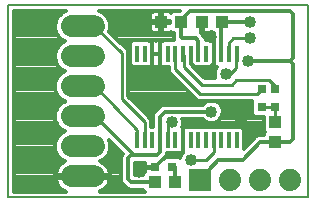
<source format=gtl>
G75*
%MOIN*%
%OFA0B0*%
%FSLAX24Y24*%
%IPPOS*%
%LPD*%
%AMOC8*
5,1,8,0,0,1.08239X$1,22.5*
%
%ADD10C,0.0050*%
%ADD11C,0.0740*%
%ADD12R,0.0740X0.0740*%
%ADD13C,0.0740*%
%ADD14R,0.0433X0.0394*%
%ADD15R,0.0394X0.0433*%
%ADD16R,0.0315X0.0315*%
%ADD17R,0.0137X0.0550*%
%ADD18C,0.0140*%
%ADD19C,0.0400*%
%ADD20C,0.0100*%
D10*
X000170Y000170D02*
X000170Y006570D01*
X010170Y006570D01*
X010170Y000170D01*
X000170Y000170D01*
D11*
X002280Y000868D02*
X003020Y000868D01*
X003020Y001868D02*
X002280Y001868D01*
X002280Y002868D02*
X003020Y002868D01*
X003020Y003868D02*
X002280Y003868D01*
X002280Y004868D02*
X003020Y004868D01*
X003020Y005868D02*
X002280Y005868D01*
D12*
X006544Y000741D03*
D13*
X007544Y000741D03*
X008544Y000741D03*
X009544Y000741D03*
D14*
X005723Y000690D03*
X005054Y000690D03*
X005268Y006006D03*
X005938Y006006D03*
X006616Y006002D03*
X007285Y006002D03*
D15*
X009048Y002670D03*
X009048Y002001D03*
D16*
X009048Y003181D03*
X008616Y003181D03*
X008616Y003772D03*
X009048Y003772D03*
X005642Y001174D03*
X005052Y001174D03*
D17*
X004968Y002081D03*
X005224Y002081D03*
X005480Y002081D03*
X005736Y002081D03*
X005992Y002081D03*
X006248Y002081D03*
X006504Y002081D03*
X006760Y002081D03*
X007016Y002081D03*
X007272Y002081D03*
X007527Y002081D03*
X007783Y002081D03*
X004713Y002081D03*
X004457Y002081D03*
X004457Y004959D03*
X004713Y004959D03*
X004968Y004959D03*
X005224Y004959D03*
X005480Y004959D03*
X005736Y004959D03*
X005992Y004959D03*
X006248Y004959D03*
X006504Y004959D03*
X006760Y004959D03*
X007016Y004959D03*
X007272Y004959D03*
X007527Y004959D03*
X007783Y004959D03*
D18*
X008170Y004720D02*
X009570Y004720D01*
X009670Y004820D01*
X009670Y006270D01*
X009570Y006370D01*
X006220Y006370D01*
X005938Y006088D01*
X005938Y006006D01*
X005920Y006038D01*
X005920Y005520D01*
X005970Y005470D01*
X006420Y005470D01*
X006504Y005386D01*
X006504Y004959D01*
X006248Y004959D02*
X006248Y004603D01*
X006248Y004603D01*
X006248Y004959D01*
X006248Y004959D01*
X006248Y004642D01*
X006420Y004470D01*
X006870Y004470D01*
X007020Y004620D01*
X007020Y004955D01*
X007016Y004959D01*
X007016Y004514D01*
X007107Y004514D01*
X007127Y004520D01*
X007133Y004514D01*
X007141Y004514D01*
X007106Y004480D01*
X007050Y004344D01*
X007050Y004196D01*
X007073Y004140D01*
X006711Y004140D01*
X006337Y004514D01*
X006339Y004514D01*
X006359Y004520D01*
X006365Y004514D01*
X006899Y004514D01*
X006904Y004520D01*
X006925Y004514D01*
X007016Y004514D01*
X007016Y004959D01*
X007016Y004959D01*
X007016Y004959D01*
X007016Y005404D01*
X007032Y005404D01*
X007032Y005635D01*
X006998Y005635D01*
X006951Y005683D01*
X006937Y005669D01*
X006898Y005647D01*
X006855Y005635D01*
X006644Y005635D01*
X006644Y005973D01*
X006588Y005973D01*
X006588Y005642D01*
X006623Y005606D01*
X006707Y005522D01*
X006744Y005434D01*
X006744Y005404D01*
X006899Y005404D01*
X006904Y005399D01*
X006925Y005404D01*
X007016Y005404D01*
X007016Y004959D01*
X007016Y005018D02*
X007016Y005018D01*
X007016Y005156D02*
X007016Y005156D01*
X007016Y005295D02*
X007016Y005295D01*
X007032Y005433D02*
X006744Y005433D01*
X006658Y005572D02*
X007032Y005572D01*
X006644Y005710D02*
X006588Y005710D01*
X006588Y005849D02*
X006644Y005849D01*
X007272Y006016D02*
X007285Y006002D01*
X007353Y006020D01*
X008220Y006020D01*
X007272Y006016D02*
X007272Y004959D01*
X007016Y004879D02*
X007016Y004879D01*
X007016Y004741D02*
X007016Y004741D01*
X007016Y004602D02*
X007016Y004602D01*
X007100Y004464D02*
X006388Y004464D01*
X006526Y004325D02*
X007050Y004325D01*
X007054Y004187D02*
X006665Y004187D01*
X006108Y003771D02*
X004165Y003771D01*
X004165Y003633D02*
X006246Y003633D01*
X006350Y003529D02*
X006479Y003400D01*
X008288Y003400D01*
X008288Y002953D01*
X008388Y002854D01*
X008681Y002854D01*
X008681Y002383D01*
X008729Y002335D01*
X008681Y002288D01*
X008681Y002241D01*
X008528Y002241D01*
X008440Y002204D01*
X008022Y001786D01*
X008022Y002426D01*
X007922Y002526D01*
X006109Y002526D01*
X006104Y002520D01*
X006083Y002526D01*
X005992Y002526D01*
X005961Y002526D01*
X005990Y002596D01*
X005990Y002744D01*
X005973Y002785D01*
X006659Y002785D01*
X006732Y002712D01*
X006868Y002655D01*
X007016Y002655D01*
X007152Y002712D01*
X007256Y002816D01*
X007312Y002952D01*
X007312Y003099D01*
X007256Y003235D01*
X007152Y003339D01*
X007016Y003395D01*
X006868Y003395D01*
X006732Y003339D01*
X006659Y003265D01*
X005334Y003265D01*
X005246Y003229D01*
X005178Y003161D01*
X005081Y003064D01*
X005013Y002996D01*
X004977Y002908D01*
X004977Y002526D01*
X004940Y002526D01*
X004940Y002761D01*
X004811Y002890D01*
X004165Y003536D01*
X004165Y004907D01*
X004167Y004910D01*
X004165Y004998D01*
X004165Y005086D01*
X004162Y005089D01*
X004162Y005092D01*
X004098Y005153D01*
X004036Y005215D01*
X004033Y005215D01*
X003531Y005690D01*
X003560Y005761D01*
X003560Y005975D01*
X003478Y006174D01*
X003326Y006326D01*
X003207Y006375D01*
X005886Y006375D01*
X005883Y006373D01*
X005651Y006373D01*
X005603Y006325D01*
X005589Y006339D01*
X005551Y006361D01*
X005507Y006373D01*
X005297Y006373D01*
X005297Y006034D01*
X005551Y006034D01*
X005551Y005977D01*
X005297Y005977D01*
X005297Y005639D01*
X005507Y005639D01*
X005551Y005651D01*
X005589Y005673D01*
X005603Y005687D01*
X005651Y005639D01*
X005680Y005639D01*
X005680Y005472D01*
X005708Y005404D01*
X005341Y005404D01*
X005336Y005399D01*
X005315Y005404D01*
X005224Y005404D01*
X005133Y005404D01*
X005096Y005394D01*
X005059Y005404D01*
X004968Y005404D01*
X004878Y005404D01*
X004857Y005399D01*
X004851Y005404D01*
X004318Y005404D01*
X004218Y005305D01*
X004218Y004614D01*
X004318Y004514D01*
X004851Y004514D01*
X004857Y004520D01*
X004878Y004514D01*
X004968Y004514D01*
X004968Y004959D01*
X004968Y004959D01*
X004968Y004514D01*
X005059Y004514D01*
X005096Y004524D01*
X005133Y004514D01*
X005224Y004514D01*
X005224Y004959D01*
X004986Y004959D01*
X004968Y004959D01*
X004968Y005404D01*
X004968Y004959D01*
X004968Y004959D01*
X004968Y004959D01*
X005224Y004959D01*
X005224Y004959D01*
X005224Y004959D01*
X005224Y004514D01*
X005315Y004514D01*
X005336Y004520D01*
X005341Y004514D01*
X005516Y004514D01*
X005516Y004363D01*
X006350Y003529D01*
X006385Y003494D02*
X004207Y003494D01*
X004346Y003356D02*
X006772Y003356D01*
X007112Y003356D02*
X008288Y003356D01*
X008288Y003217D02*
X007263Y003217D01*
X007312Y003079D02*
X008288Y003079D01*
X008301Y002940D02*
X007307Y002940D01*
X007241Y002802D02*
X008681Y002802D01*
X008681Y002663D02*
X007034Y002663D01*
X006850Y002663D02*
X005990Y002663D01*
X005992Y002526D02*
X005992Y002081D01*
X005992Y002081D01*
X005992Y002526D01*
X005992Y002525D02*
X005992Y002525D01*
X006087Y002525D02*
X006108Y002525D01*
X005992Y002386D02*
X005992Y002386D01*
X005992Y002248D02*
X005992Y002248D01*
X005992Y002109D02*
X005992Y002109D01*
X005992Y002081D02*
X005992Y001662D01*
X005920Y001590D01*
X005468Y001590D01*
X005052Y001174D01*
X005048Y001170D01*
X004670Y001170D01*
X004520Y001020D01*
X004410Y001001D02*
X004711Y001001D01*
X004724Y001014D02*
X004667Y000957D01*
X004667Y000910D01*
X004410Y000910D01*
X004410Y001330D01*
X004724Y001330D01*
X004724Y001183D01*
X005043Y001183D01*
X005043Y001165D01*
X004724Y001165D01*
X004724Y001014D01*
X004724Y001140D02*
X004410Y001140D01*
X004410Y001278D02*
X004724Y001278D01*
X004370Y001570D02*
X004270Y001570D01*
X004170Y001470D01*
X004170Y000770D01*
X004270Y000670D01*
X005034Y000670D01*
X005054Y000690D01*
X004725Y000365D02*
X004667Y000422D01*
X004667Y000430D01*
X004222Y000430D01*
X004134Y000467D01*
X004034Y000567D01*
X003967Y000634D01*
X003930Y000722D01*
X003930Y001518D01*
X003967Y001606D01*
X003981Y001620D01*
X003514Y002086D01*
X003560Y001975D01*
X003560Y001761D01*
X003478Y001562D01*
X003326Y001410D01*
X003226Y001369D01*
X003228Y001368D01*
X003303Y001330D01*
X003372Y001280D01*
X003432Y001220D01*
X003482Y001151D01*
X003521Y001075D01*
X003547Y000994D01*
X003560Y000911D01*
X003560Y000908D01*
X002690Y000908D01*
X002690Y000828D01*
X003560Y000828D01*
X003560Y000826D01*
X003547Y000742D01*
X003521Y000661D01*
X003482Y000585D01*
X003432Y000516D01*
X003372Y000456D01*
X003303Y000406D01*
X003228Y000368D01*
X003220Y000365D01*
X004725Y000365D01*
X004181Y000447D02*
X003360Y000447D01*
X003482Y000586D02*
X004015Y000586D01*
X003930Y000724D02*
X003541Y000724D01*
X003930Y000863D02*
X002690Y000863D01*
X002610Y000863D02*
X000365Y000863D01*
X000365Y001001D02*
X001756Y001001D01*
X001754Y000994D02*
X001740Y000911D01*
X001740Y000908D01*
X002610Y000908D01*
X002610Y000828D01*
X001740Y000828D01*
X001740Y000826D01*
X001754Y000742D01*
X001780Y000661D01*
X001818Y000585D01*
X001868Y000516D01*
X001929Y000456D01*
X001997Y000406D01*
X002073Y000368D01*
X002081Y000365D01*
X000365Y000365D01*
X000365Y006375D01*
X002093Y006375D01*
X001974Y006326D01*
X001823Y006174D01*
X001740Y005975D01*
X001740Y005761D01*
X001823Y005562D01*
X001974Y005410D01*
X002076Y005368D01*
X001974Y005326D01*
X001823Y005174D01*
X001740Y004975D01*
X001740Y004761D01*
X001823Y004562D01*
X001974Y004410D01*
X002076Y004368D01*
X001974Y004326D01*
X001823Y004174D01*
X001740Y003975D01*
X001740Y003761D01*
X001823Y003562D01*
X001974Y003410D01*
X002076Y003368D01*
X001974Y003326D01*
X001823Y003174D01*
X001740Y002975D01*
X001740Y002761D01*
X001823Y002562D01*
X001974Y002410D01*
X002076Y002368D01*
X001974Y002326D01*
X001823Y002174D01*
X001740Y001975D01*
X001740Y001761D01*
X001823Y001562D01*
X001974Y001410D01*
X002074Y001369D01*
X002073Y001368D01*
X001997Y001330D01*
X001929Y001280D01*
X001868Y001220D01*
X001818Y001151D01*
X001780Y001075D01*
X001754Y000994D01*
X001813Y001140D02*
X000365Y001140D01*
X000365Y001278D02*
X001927Y001278D01*
X001968Y001417D02*
X000365Y001417D01*
X000365Y001555D02*
X001830Y001555D01*
X001768Y001694D02*
X000365Y001694D01*
X000365Y001832D02*
X001740Y001832D01*
X001740Y001971D02*
X000365Y001971D01*
X000365Y002109D02*
X001796Y002109D01*
X001896Y002248D02*
X000365Y002248D01*
X000365Y002386D02*
X002033Y002386D01*
X001860Y002525D02*
X000365Y002525D01*
X000365Y002663D02*
X001781Y002663D01*
X001740Y002802D02*
X000365Y002802D01*
X000365Y002940D02*
X001740Y002940D01*
X001783Y003079D02*
X000365Y003079D01*
X000365Y003217D02*
X001866Y003217D01*
X002046Y003356D02*
X000365Y003356D01*
X000365Y003494D02*
X001891Y003494D01*
X001793Y003633D02*
X000365Y003633D01*
X000365Y003771D02*
X001740Y003771D01*
X001740Y003910D02*
X000365Y003910D01*
X000365Y004048D02*
X001770Y004048D01*
X001835Y004187D02*
X000365Y004187D01*
X000365Y004325D02*
X001974Y004325D01*
X001921Y004464D02*
X000365Y004464D01*
X000365Y004602D02*
X001806Y004602D01*
X001749Y004741D02*
X000365Y004741D01*
X000365Y004879D02*
X001740Y004879D01*
X001758Y005018D02*
X000365Y005018D01*
X000365Y005156D02*
X001815Y005156D01*
X001943Y005295D02*
X000365Y005295D01*
X000365Y005433D02*
X001952Y005433D01*
X001819Y005572D02*
X000365Y005572D01*
X000365Y005710D02*
X001761Y005710D01*
X001740Y005849D02*
X000365Y005849D01*
X000365Y005987D02*
X001745Y005987D01*
X001802Y006126D02*
X000365Y006126D01*
X000365Y006264D02*
X001913Y006264D01*
X003388Y006264D02*
X004892Y006264D01*
X004893Y006268D02*
X004882Y006225D01*
X004882Y006034D01*
X005240Y006034D01*
X005240Y005977D01*
X005297Y005977D01*
X005297Y006034D01*
X005240Y006034D01*
X005240Y006373D01*
X005030Y006373D01*
X004986Y006361D01*
X004948Y006339D01*
X004916Y006307D01*
X004893Y006268D01*
X004882Y006126D02*
X003498Y006126D01*
X003556Y005987D02*
X005240Y005987D01*
X005240Y005977D02*
X004882Y005977D01*
X004882Y005787D01*
X004893Y005743D01*
X004916Y005705D01*
X004948Y005673D01*
X004986Y005651D01*
X005030Y005639D01*
X005240Y005639D01*
X005240Y005977D01*
X005268Y006006D02*
X005324Y006000D01*
X005297Y005987D02*
X005551Y005987D01*
X005297Y005849D02*
X005240Y005849D01*
X005240Y005710D02*
X005297Y005710D01*
X005680Y005572D02*
X003656Y005572D01*
X003539Y005710D02*
X004913Y005710D01*
X004882Y005849D02*
X003560Y005849D01*
X003802Y005433D02*
X005696Y005433D01*
X005224Y005404D02*
X005224Y004959D01*
X005224Y005404D01*
X005224Y005295D02*
X005224Y005295D01*
X005224Y005156D02*
X005224Y005156D01*
X005224Y005018D02*
X005224Y005018D01*
X005224Y004959D02*
X005224Y004959D01*
X005224Y004879D02*
X005224Y004879D01*
X005224Y004741D02*
X005224Y004741D01*
X005224Y004602D02*
X005224Y004602D01*
X004968Y004602D02*
X004968Y004602D01*
X004968Y004741D02*
X004968Y004741D01*
X004968Y004879D02*
X004968Y004879D01*
X004968Y005018D02*
X004968Y005018D01*
X004968Y005156D02*
X004968Y005156D01*
X004968Y005295D02*
X004968Y005295D01*
X004218Y005295D02*
X003948Y005295D01*
X004095Y005156D02*
X004218Y005156D01*
X004218Y005018D02*
X004165Y005018D01*
X004165Y004879D02*
X004218Y004879D01*
X004218Y004741D02*
X004165Y004741D01*
X004165Y004602D02*
X004230Y004602D01*
X004165Y004464D02*
X005516Y004464D01*
X005554Y004325D02*
X004165Y004325D01*
X004165Y004187D02*
X005692Y004187D01*
X005831Y004048D02*
X004165Y004048D01*
X004165Y003910D02*
X005969Y003910D01*
X005234Y003217D02*
X004484Y003217D01*
X004623Y003079D02*
X005096Y003079D01*
X004990Y002940D02*
X004761Y002940D01*
X004900Y002802D02*
X004977Y002802D01*
X004977Y002663D02*
X004940Y002663D01*
X005217Y002860D02*
X005217Y002088D01*
X005224Y002081D01*
X005224Y001689D01*
X005217Y001682D01*
X005224Y001674D01*
X005120Y001570D01*
X004370Y001570D01*
X003120Y002820D01*
X003068Y002868D01*
X002650Y002868D01*
X003560Y001971D02*
X003630Y001971D01*
X003560Y001832D02*
X003769Y001832D01*
X003907Y001694D02*
X003533Y001694D01*
X003471Y001555D02*
X003945Y001555D01*
X003930Y001417D02*
X003332Y001417D01*
X003374Y001278D02*
X003930Y001278D01*
X003930Y001140D02*
X003488Y001140D01*
X003545Y001001D02*
X003930Y001001D01*
X005335Y001446D02*
X005360Y001471D01*
X005428Y001538D01*
X005464Y001627D01*
X005464Y001636D01*
X005597Y001636D01*
X005875Y001636D01*
X005881Y001641D01*
X005901Y001636D01*
X005962Y001636D01*
X005956Y001630D01*
X005900Y001494D01*
X005900Y001472D01*
X005870Y001501D01*
X005415Y001501D01*
X005347Y001434D01*
X005345Y001436D01*
X005335Y001446D01*
X005435Y001555D02*
X005925Y001555D01*
X005723Y001174D02*
X005723Y000690D01*
X006544Y000741D02*
X007175Y001410D01*
X007985Y001410D01*
X008576Y002001D01*
X009048Y002001D01*
X009551Y002001D01*
X009670Y002120D01*
X009670Y004620D01*
X009570Y004720D01*
X006942Y003025D02*
X005382Y003025D01*
X005217Y002860D01*
X007923Y002525D02*
X008681Y002525D01*
X008681Y002386D02*
X008022Y002386D01*
X008022Y002248D02*
X008681Y002248D01*
X008344Y002109D02*
X008022Y002109D01*
X008022Y001971D02*
X008206Y001971D01*
X008067Y001832D02*
X008022Y001832D01*
X006248Y004741D02*
X006248Y004741D01*
X006248Y004879D02*
X006248Y004879D01*
X005297Y006126D02*
X005240Y006126D01*
X005240Y006264D02*
X005297Y006264D01*
X001759Y000724D02*
X000365Y000724D01*
X000365Y000586D02*
X001818Y000586D01*
X001941Y000447D02*
X000365Y000447D01*
D19*
X004520Y001020D03*
X006270Y001420D03*
X005620Y002670D03*
X006942Y003025D03*
X007920Y002720D03*
X007420Y004270D03*
X008170Y004720D03*
X008220Y005470D03*
X008220Y006020D03*
X006920Y005520D03*
X004420Y005820D03*
D20*
X003945Y004995D02*
X003945Y003445D01*
X004720Y002670D01*
X004720Y002088D01*
X004713Y002081D01*
X004470Y002144D02*
X004457Y002081D01*
X004470Y002144D02*
X004470Y002420D01*
X003072Y003868D01*
X002650Y003868D01*
X003945Y004995D02*
X003022Y005868D01*
X002650Y005868D01*
X005736Y004959D02*
X005736Y004454D01*
X006570Y003620D01*
X008464Y003620D01*
X008616Y003772D01*
X008870Y004070D02*
X009048Y003892D01*
X009048Y003772D01*
X008870Y004070D02*
X007770Y004070D01*
X007620Y003920D01*
X006620Y003920D01*
X006020Y004520D01*
X006020Y004931D01*
X005992Y004959D01*
X007420Y004270D02*
X007570Y004270D01*
X007770Y004470D01*
X007770Y004946D01*
X007783Y004959D01*
X007527Y004959D02*
X007527Y005327D01*
X007670Y005470D01*
X008220Y005470D01*
X008616Y003181D02*
X009048Y003181D01*
X009048Y002670D01*
X007016Y002081D02*
X007020Y001976D01*
X007020Y001670D01*
X006770Y001420D01*
X006270Y001420D01*
X005723Y001174D02*
X005642Y001174D01*
X005480Y002081D02*
X005480Y002530D01*
X005620Y002670D01*
M02*

</source>
